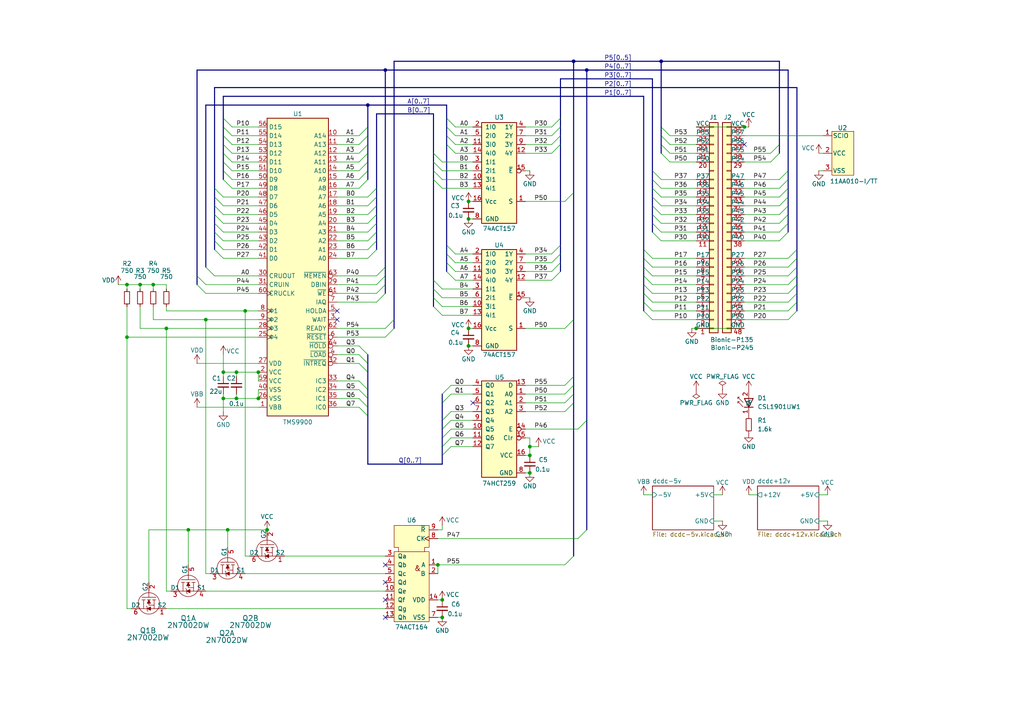
<source format=kicad_sch>
(kicad_sch (version 20231120) (generator "eeschema") (generator_version "8.0")
  (paper "A4")
  (title_block (title "BionicTMS9900") (date "2025-05-23") (rev "1"))
  (junction (at 48.26 95.25))
  (junction (at 36.83 97.79))
  (junction (at 68.58 115.57))
  (junction (at 135.89 58.42))
  (junction (at 54.61 153.67))
  (junction (at 66.04 153.67))
  (junction (at 153.67 129.54))
  (junction (at 128.27 179.07))
  (junction (at 170.18 20.32))
  (junction (at 74.93 107.95))
  (junction (at 128.27 173.99))
  (junction (at 44.45 82.55))
  (junction (at 215.9 36.83))
  (junction (at 106.68 30.48))
  (junction (at 68.58 107.95))
  (junction (at 74.93 115.57))
  (junction (at 127 163.83))
  (junction (at 40.64 82.55))
  (junction (at 111.76 20.32))
  (junction (at 36.83 82.55))
  (junction (at 64.77 107.95))
  (junction (at 201.93 95.25))
  (junction (at 153.67 137.16))
  (junction (at 191.77 17.78))
  (junction (at 166.37 17.78))
  (junction (at 64.77 115.57))
  (junction (at 135.89 63.5))
  (junction (at 135.89 100.33))
  (junction (at 77.47 153.67))
  (junction (at 153.67 132.08))
  (junction (at 71.12 90.17))
  (junction (at 135.89 95.25))
  (junction (at 59.69 92.71))
  (no_connect (at 97.79 92.71))
  (no_connect (at 215.9 41.91))
  (no_connect (at 111.76 173.99))
  (no_connect (at 111.76 163.83))
  (no_connect (at 111.76 179.07))
  (no_connect (at 137.16 116.84))
  (no_connect (at 111.76 168.91))
  (no_connect (at 97.79 90.17))
  (bus_entry (at 106.68 44.45) (size -2.54 2.54))
  (bus_entry (at 166.37 161.29) (size -2.54 2.54))
  (bus_entry (at 226.06 41.91) (size -2.54 2.54))
  (bus_entry (at 106.68 107.95) (size -2.54 -2.54))
  (bus_entry (at 125.73 83.82) (size 2.54 2.54))
  (bus_entry (at 62.23 64.77) (size 2.54 2.54))
  (bus_entry (at 228.6 64.77) (size -2.54 2.54))
  (bus_entry (at 106.68 115.57) (size -2.54 -2.54))
  (bus_entry (at 114.3 92.71) (size -2.54 2.54))
  (bus_entry (at 109.22 64.77) (size -2.54 2.54))
  (bus_entry (at 228.6 62.23) (size -2.54 2.54))
  (bus_entry (at 189.23 59.69) (size 2.54 2.54))
  (bus_entry (at 106.68 52.07) (size -2.54 2.54))
  (bus_entry (at 162.56 76.2) (size -2.54 2.54))
  (bus_entry (at 109.22 67.31) (size -2.54 2.54))
  (bus_entry (at 64.77 36.83) (size 2.54 2.54))
  (bus_entry (at 128.27 124.46) (size 2.54 -2.54))
  (bus_entry (at 106.68 105.41) (size -2.54 -2.54))
  (bus_entry (at 62.23 62.23) (size 2.54 2.54))
  (bus_entry (at 114.3 95.25) (size -2.54 2.54))
  (bus_entry (at 189.23 62.23) (size 2.54 2.54))
  (bus_entry (at 64.77 44.45) (size 2.54 2.54))
  (bus_entry (at 62.23 69.85) (size 2.54 2.54))
  (bus_entry (at 186.69 87.63) (size 2.54 2.54))
  (bus_entry (at 189.23 54.61) (size 2.54 2.54))
  (bus_entry (at 228.6 49.53) (size -2.54 2.54))
  (bus_entry (at 189.23 52.07) (size 2.54 2.54))
  (bus_entry (at 128.27 132.08) (size 2.54 -2.54))
  (bus_entry (at 109.22 62.23) (size -2.54 2.54))
  (bus_entry (at 162.56 39.37) (size -2.54 2.54))
  (bus_entry (at 57.15 82.55) (size 2.54 2.54))
  (bus_entry (at 62.23 59.69) (size 2.54 2.54))
  (bus_entry (at 129.54 36.83) (size 2.54 2.54))
  (bus_entry (at 106.68 102.87) (size -2.54 -2.54))
  (bus_entry (at 186.69 74.93) (size 2.54 2.54))
  (bus_entry (at 62.23 72.39) (size 2.54 2.54))
  (bus_entry (at 128.27 114.3) (size 2.54 -2.54))
  (bus_entry (at 231.14 72.39) (size -2.54 2.54))
  (bus_entry (at 125.73 86.36) (size 2.54 2.54))
  (bus_entry (at 191.77 41.91) (size 2.54 2.54))
  (bus_entry (at 64.77 46.99) (size 2.54 2.54))
  (bus_entry (at 62.23 67.31) (size 2.54 2.54))
  (bus_entry (at 106.68 41.91) (size -2.54 2.54))
  (bus_entry (at 106.68 113.03) (size -2.54 -2.54))
  (bus_entry (at 228.6 52.07) (size -2.54 2.54))
  (bus_entry (at 191.77 36.83) (size 2.54 2.54))
  (bus_entry (at 162.56 71.12) (size -2.54 2.54))
  (bus_entry (at 125.73 44.45) (size 2.54 2.54))
  (bus_entry (at 106.68 46.99) (size -2.54 2.54))
  (bus_entry (at 57.15 80.01) (size 2.54 2.54))
  (bus_entry (at 228.6 67.31) (size -2.54 2.54))
  (bus_entry (at 226.06 44.45) (size -2.54 2.54))
  (bus_entry (at 64.77 34.29) (size 2.54 2.54))
  (bus_entry (at 166.37 55.88) (size -2.54 2.54))
  (bus_entry (at 186.69 80.01) (size 2.54 2.54))
  (bus_entry (at 109.22 72.39) (size -2.54 2.54))
  (bus_entry (at 162.56 73.66) (size -2.54 2.54))
  (bus_entry (at 106.68 118.11) (size -2.54 -2.54))
  (bus_entry (at 111.76 85.09) (size -2.54 2.54))
  (bus_entry (at 166.37 109.22) (size -2.54 2.54))
  (bus_entry (at 109.22 54.61) (size -2.54 2.54))
  (bus_entry (at 128.27 129.54) (size 2.54 -2.54))
  (bus_entry (at 64.77 49.53) (size 2.54 2.54))
  (bus_entry (at 228.6 54.61) (size -2.54 2.54))
  (bus_entry (at 186.69 85.09) (size 2.54 2.54))
  (bus_entry (at 189.23 64.77) (size 2.54 2.54))
  (bus_entry (at 128.27 121.92) (size 2.54 -2.54))
  (bus_entry (at 231.14 80.01) (size -2.54 2.54))
  (bus_entry (at 231.14 74.93) (size -2.54 2.54))
  (bus_entry (at 129.54 76.2) (size 2.54 2.54))
  (bus_entry (at 111.76 77.47) (size -2.54 2.54))
  (bus_entry (at 64.77 52.07) (size 2.54 2.54))
  (bus_entry (at 62.23 54.61) (size 2.54 2.54))
  (bus_entry (at 62.23 57.15) (size 2.54 2.54))
  (bus_entry (at 186.69 90.17) (size 2.54 2.54))
  (bus_entry (at 186.69 77.47) (size 2.54 2.54))
  (bus_entry (at 129.54 39.37) (size 2.54 2.54))
  (bus_entry (at 129.54 71.12) (size 2.54 2.54))
  (bus_entry (at 186.69 82.55) (size 2.54 2.54))
  (bus_entry (at 128.27 116.84) (size 2.54 -2.54))
  (bus_entry (at 129.54 73.66) (size 2.54 2.54))
  (bus_entry (at 64.77 41.91) (size 2.54 2.54))
  (bus_entry (at 162.56 34.29) (size -2.54 2.54))
  (bus_entry (at 162.56 36.83) (size -2.54 2.54))
  (bus_entry (at 106.68 39.37) (size -2.54 2.54))
  (bus_entry (at 111.76 82.55) (size -2.54 2.54))
  (bus_entry (at 64.77 39.37) (size 2.54 2.54))
  (bus_entry (at 109.22 69.85) (size -2.54 2.54))
  (bus_entry (at 231.14 85.09) (size -2.54 2.54))
  (bus_entry (at 231.14 77.47) (size -2.54 2.54))
  (bus_entry (at 129.54 34.29) (size 2.54 2.54))
  (bus_entry (at 191.77 39.37) (size 2.54 2.54))
  (bus_entry (at 228.6 57.15) (size -2.54 2.54))
  (bus_entry (at 125.73 46.99) (size 2.54 2.54))
  (bus_entry (at 129.54 41.91) (size 2.54 2.54))
  (bus_entry (at 166.37 111.76) (size -2.54 2.54))
  (bus_entry (at 106.68 120.65) (size -2.54 -2.54))
  (bus_entry (at 186.69 72.39) (size 2.54 2.54))
  (bus_entry (at 166.37 116.84) (size -2.54 2.54))
  (bus_entry (at 162.56 41.91) (size -2.54 2.54))
  (bus_entry (at 106.68 49.53) (size -2.54 2.54))
  (bus_entry (at 166.37 92.71) (size -2.54 2.54))
  (bus_entry (at 129.54 78.74) (size 2.54 2.54))
  (bus_entry (at 125.73 88.9) (size 2.54 2.54))
  (bus_entry (at 125.73 52.07) (size 2.54 2.54))
  (bus_entry (at 189.23 67.31) (size 2.54 2.54))
  (bus_entry (at 125.73 49.53) (size 2.54 2.54))
  (bus_entry (at 111.76 80.01) (size -2.54 2.54))
  (bus_entry (at 189.23 49.53) (size 2.54 2.54))
  (bus_entry (at 125.73 81.28) (size 2.54 2.54))
  (bus_entry (at 231.14 87.63) (size -2.54 2.54))
  (bus_entry (at 59.69 77.47) (size 2.54 2.54))
  (bus_entry (at 109.22 57.15) (size -2.54 2.54))
  (bus_entry (at 231.14 90.17) (size -2.54 2.54))
  (bus_entry (at 106.68 36.83) (size -2.54 2.54))
  (bus_entry (at 128.27 127) (size 2.54 -2.54))
  (bus_entry (at 228.6 59.69) (size -2.54 2.54))
  (bus_entry (at 170.18 153.67) (size -2.54 2.54))
  (bus_entry (at 109.22 59.69) (size -2.54 2.54))
  (bus_entry (at 166.37 114.3) (size -2.54 2.54))
  (bus_entry (at 189.23 57.15) (size 2.54 2.54))
  (bus_entry (at 162.56 78.74) (size -2.54 2.54))
  (bus_entry (at 191.77 44.45) (size 2.54 2.54))
  (bus_entry (at 231.14 82.55) (size -2.54 2.54))
  (bus_entry (at 170.18 121.92) (size -2.54 2.54))
  (wire (pts (xy 152.4 95.25) (xy 163.83 95.25)))
  (wire (pts (xy 189.23 92.71) (xy 201.93 92.71)))
  (wire (pts (xy 67.31 44.45) (xy 74.93 44.45)))
  (wire (pts (xy 97.79 72.39) (xy 106.68 72.39)))
  (wire (pts (xy 215.9 54.61) (xy 226.06 54.61)))
  (bus (pts (xy 128.27 121.92) (xy 128.27 124.46)))
  (bus (pts (xy 106.68 44.45) (xy 106.68 41.91)))
  (wire (pts (xy 237.49 151.13) (xy 240.03 151.13)))
  (wire (pts (xy 128.27 88.9) (xy 137.16 88.9)))
  (bus (pts (xy 191.77 41.91) (xy 191.77 44.45)))
  (bus (pts (xy 231.14 87.63) (xy 231.14 85.09)))
  (wire (pts (xy 194.31 41.91) (xy 201.93 41.91)))
  (wire (pts (xy 36.83 97.79) (xy 74.93 97.79)))
  (wire (pts (xy 38.1 176.53) (xy 36.83 176.53)))
  (wire (pts (xy 59.69 82.55) (xy 74.93 82.55)))
  (bus (pts (xy 64.77 41.91) (xy 64.77 39.37)))
  (wire (pts (xy 130.81 119.38) (xy 137.16 119.38)))
  (bus (pts (xy 125.73 49.53) (xy 125.73 46.99)))
  (bus (pts (xy 128.27 124.46) (xy 128.27 127)))
  (wire (pts (xy 191.77 59.69) (xy 201.93 59.69)))
  (bus (pts (xy 114.3 17.78) (xy 114.3 92.71)))
  (bus (pts (xy 129.54 34.29) (xy 129.54 36.83)))
  (bus (pts (xy 57.15 80.01) (xy 57.15 20.32)))
  (bus (pts (xy 228.6 20.32) (xy 228.6 49.53)))
  (bus (pts (xy 106.68 102.87) (xy 106.68 105.41)))
  (wire (pts (xy 67.31 36.83) (xy 74.93 36.83)))
  (wire (pts (xy 191.77 62.23) (xy 201.93 62.23)))
  (wire (pts (xy 48.26 82.55) (xy 48.26 83.82)))
  (wire (pts (xy 215.9 69.85) (xy 226.06 69.85)))
  (wire (pts (xy 68.58 115.57) (xy 74.93 115.57)))
  (wire (pts (xy 59.69 171.45) (xy 111.76 171.45)))
  (wire (pts (xy 59.69 85.09) (xy 74.93 85.09)))
  (wire (pts (xy 152.4 41.91) (xy 160.02 41.91)))
  (wire (pts (xy 153.67 129.54) (xy 153.67 132.08)))
  (wire (pts (xy 67.31 52.07) (xy 74.93 52.07)))
  (bus (pts (xy 111.76 20.32) (xy 111.76 77.47)))
  (wire (pts (xy 97.79 105.41) (xy 104.14 105.41)))
  (bus (pts (xy 162.56 71.12) (xy 162.56 41.91)))
  (wire (pts (xy 97.79 62.23) (xy 106.68 62.23)))
  (wire (pts (xy 132.08 39.37) (xy 137.16 39.37)))
  (wire (pts (xy 44.45 82.55) (xy 48.26 82.55)))
  (wire (pts (xy 215.9 87.63) (xy 228.6 87.63)))
  (wire (pts (xy 215.9 59.69) (xy 226.06 59.69)))
  (wire (pts (xy 97.79 59.69) (xy 106.68 59.69)))
  (wire (pts (xy 127 163.83) (xy 127 166.37)))
  (wire (pts (xy 54.61 153.67) (xy 66.04 153.67)))
  (bus (pts (xy 125.73 88.9) (xy 125.73 86.36)))
  (bus (pts (xy 106.68 46.99) (xy 106.68 44.45)))
  (wire (pts (xy 215.9 44.45) (xy 223.52 44.45)))
  (wire (pts (xy 74.93 107.95) (xy 74.93 110.49)))
  (bus (pts (xy 106.68 118.11) (xy 106.68 120.65)))
  (wire (pts (xy 194.31 46.99) (xy 201.93 46.99)))
  (wire (pts (xy 54.61 153.67) (xy 54.61 163.83)))
  (wire (pts (xy 191.77 67.31) (xy 201.93 67.31)))
  (wire (pts (xy 189.23 85.09) (xy 201.93 85.09)))
  (wire (pts (xy 128.27 86.36) (xy 137.16 86.36)))
  (wire (pts (xy 48.26 95.25) (xy 74.93 95.25)))
  (bus (pts (xy 64.77 36.83) (xy 64.77 34.29)))
  (wire (pts (xy 127 179.07) (xy 128.27 179.07)))
  (wire (pts (xy 40.64 88.9) (xy 40.64 95.25)))
  (wire (pts (xy 49.53 171.45) (xy 48.26 171.45)))
  (bus (pts (xy 186.69 72.39) (xy 186.69 74.93)))
  (wire (pts (xy 189.23 74.93) (xy 201.93 74.93)))
  (wire (pts (xy 67.31 41.91) (xy 74.93 41.91)))
  (bus (pts (xy 129.54 36.83) (xy 129.54 39.37)))
  (wire (pts (xy 97.79 85.09) (xy 109.22 85.09)))
  (wire (pts (xy 152.4 137.16) (xy 153.67 137.16)))
  (wire (pts (xy 215.9 90.17) (xy 228.6 90.17)))
  (bus (pts (xy 106.68 105.41) (xy 106.68 107.95)))
  (bus (pts (xy 228.6 64.77) (xy 228.6 67.31)))
  (bus (pts (xy 129.54 76.2) (xy 129.54 78.74)))
  (bus (pts (xy 64.77 34.29) (xy 64.77 27.94)))
  (wire (pts (xy 152.4 86.36) (xy 153.67 86.36)))
  (wire (pts (xy 67.31 39.37) (xy 74.93 39.37)))
  (wire (pts (xy 215.9 36.83) (xy 217.17 36.83)))
  (wire (pts (xy 189.23 82.55) (xy 201.93 82.55)))
  (bus (pts (xy 162.56 36.83) (xy 162.56 34.29)))
  (wire (pts (xy 152.4 36.83) (xy 160.02 36.83)))
  (bus (pts (xy 109.22 59.69) (xy 109.22 62.23)))
  (bus (pts (xy 166.37 92.71) (xy 166.37 109.22)))
  (wire (pts (xy 48.26 176.53) (xy 111.76 176.53)))
  (wire (pts (xy 64.77 72.39) (xy 74.93 72.39)))
  (wire (pts (xy 64.77 115.57) (xy 68.58 115.57)))
  (wire (pts (xy 57.15 105.41) (xy 74.93 105.41)))
  (wire (pts (xy 97.79 118.11) (xy 104.14 118.11)))
  (bus (pts (xy 109.22 69.85) (xy 109.22 72.39)))
  (wire (pts (xy 71.12 161.29) (xy 72.39 161.29)))
  (wire (pts (xy 97.79 102.87) (xy 104.14 102.87)))
  (wire (pts (xy 64.77 107.95) (xy 64.77 109.22)))
  (wire (pts (xy 64.77 102.87) (xy 64.77 107.95)))
  (bus (pts (xy 111.76 82.55) (xy 111.76 85.09)))
  (bus (pts (xy 162.56 41.91) (xy 162.56 39.37)))
  (wire (pts (xy 97.79 110.49) (xy 104.14 110.49)))
  (bus (pts (xy 166.37 17.78) (xy 166.37 55.88)))
  (bus (pts (xy 106.68 115.57) (xy 106.68 118.11)))
  (wire (pts (xy 207.01 151.13) (xy 209.55 151.13)))
  (bus (pts (xy 189.23 64.77) (xy 189.23 67.31)))
  (wire (pts (xy 97.79 113.03) (xy 104.14 113.03)))
  (wire (pts (xy 191.77 57.15) (xy 201.93 57.15)))
  (wire (pts (xy 64.77 74.93) (xy 74.93 74.93)))
  (bus (pts (xy 166.37 116.84) (xy 166.37 161.29)))
  (wire (pts (xy 152.4 114.3) (xy 163.83 114.3)))
  (wire (pts (xy 44.45 82.55) (xy 44.45 83.82)))
  (bus (pts (xy 128.27 116.84) (xy 128.27 121.92)))
  (wire (pts (xy 128.27 153.67) (xy 128.27 152.4)))
  (wire (pts (xy 97.79 100.33) (xy 104.14 100.33)))
  (wire (pts (xy 57.15 118.11) (xy 74.93 118.11)))
  (bus (pts (xy 106.68 107.95) (xy 106.68 113.03)))
  (wire (pts (xy 64.77 119.38) (xy 64.77 115.57)))
  (wire (pts (xy 67.31 49.53) (xy 74.93 49.53)))
  (wire (pts (xy 71.12 90.17) (xy 74.93 90.17)))
  (wire (pts (xy 97.79 52.07) (xy 104.14 52.07)))
  (wire (pts (xy 215.9 85.09) (xy 228.6 85.09)))
  (bus (pts (xy 62.23 62.23) (xy 62.23 64.77)))
  (wire (pts (xy 130.81 121.92) (xy 137.16 121.92)))
  (wire (pts (xy 189.23 90.17) (xy 201.93 90.17)))
  (wire (pts (xy 130.81 129.54) (xy 137.16 129.54)))
  (wire (pts (xy 64.77 59.69) (xy 74.93 59.69)))
  (bus (pts (xy 62.23 25.4) (xy 231.14 25.4)))
  (bus (pts (xy 106.68 120.65) (xy 106.68 134.62)))
  (bus (pts (xy 106.68 36.83) (xy 106.68 30.48)))
  (wire (pts (xy 97.79 64.77) (xy 106.68 64.77)))
  (wire (pts (xy 82.55 161.29) (xy 111.76 161.29)))
  (wire (pts (xy 127 173.99) (xy 128.27 173.99)))
  (bus (pts (xy 228.6 57.15) (xy 228.6 59.69)))
  (wire (pts (xy 135.89 58.42) (xy 137.16 58.42)))
  (wire (pts (xy 97.79 69.85) (xy 106.68 69.85)))
  (bus (pts (xy 186.69 74.93) (xy 186.69 77.47)))
  (bus (pts (xy 128.27 127) (xy 128.27 129.54)))
  (bus (pts (xy 228.6 52.07) (xy 228.6 54.61)))
  (wire (pts (xy 66.04 153.67) (xy 66.04 158.75)))
  (wire (pts (xy 194.31 44.45) (xy 201.93 44.45)))
  (wire (pts (xy 97.79 67.31) (xy 106.68 67.31)))
  (wire (pts (xy 40.64 95.25) (xy 48.26 95.25)))
  (wire (pts (xy 97.79 97.79) (xy 111.76 97.79)))
  (bus (pts (xy 128.27 132.08) (xy 128.27 134.62)))
  (wire (pts (xy 34.29 82.55) (xy 36.83 82.55)))
  (bus (pts (xy 189.23 57.15) (xy 189.23 59.69)))
  (wire (pts (xy 132.08 73.66) (xy 137.16 73.66)))
  (wire (pts (xy 153.67 127) (xy 153.67 129.54)))
  (wire (pts (xy 215.9 62.23) (xy 226.06 62.23)))
  (bus (pts (xy 162.56 76.2) (xy 162.56 73.66)))
  (wire (pts (xy 36.83 88.9) (xy 36.83 97.79)))
  (wire (pts (xy 215.9 67.31) (xy 226.06 67.31)))
  (wire (pts (xy 215.9 57.15) (xy 226.06 57.15)))
  (bus (pts (xy 226.06 41.91) (xy 226.06 44.45)))
  (wire (pts (xy 59.69 166.37) (xy 59.69 92.71)))
  (bus (pts (xy 125.73 46.99) (xy 125.73 44.45)))
  (wire (pts (xy 77.47 153.67) (xy 66.04 153.67)))
  (bus (pts (xy 189.23 62.23) (xy 189.23 64.77)))
  (bus (pts (xy 111.76 77.47) (xy 111.76 80.01)))
  (wire (pts (xy 97.79 80.01) (xy 109.22 80.01)))
  (bus (pts (xy 64.77 52.07) (xy 64.77 49.53)))
  (wire (pts (xy 97.79 44.45) (xy 104.14 44.45)))
  (bus (pts (xy 186.69 80.01) (xy 186.69 82.55)))
  (wire (pts (xy 59.69 92.71) (xy 74.93 92.71)))
  (bus (pts (xy 189.23 22.86) (xy 189.23 49.53)))
  (wire (pts (xy 64.77 57.15) (xy 74.93 57.15)))
  (wire (pts (xy 152.4 49.53) (xy 153.67 49.53)))
  (wire (pts (xy 36.83 83.82) (xy 36.83 82.55)))
  (wire (pts (xy 135.89 63.5) (xy 137.16 63.5)))
  (wire (pts (xy 127 156.21) (xy 167.64 156.21)))
  (wire (pts (xy 127 163.83) (xy 163.83 163.83)))
  (wire (pts (xy 128.27 49.53) (xy 137.16 49.53)))
  (wire (pts (xy 36.83 82.55) (xy 40.64 82.55)))
  (bus (pts (xy 228.6 59.69) (xy 228.6 62.23)))
  (wire (pts (xy 215.9 82.55) (xy 228.6 82.55)))
  (wire (pts (xy 128.27 91.44) (xy 137.16 91.44)))
  (bus (pts (xy 186.69 82.55) (xy 186.69 85.09)))
  (wire (pts (xy 97.79 115.57) (xy 104.14 115.57)))
  (wire (pts (xy 186.69 143.51) (xy 189.23 143.51)))
  (bus (pts (xy 191.77 17.78) (xy 191.77 36.83)))
  (wire (pts (xy 132.08 81.28) (xy 137.16 81.28)))
  (bus (pts (xy 186.69 85.09) (xy 186.69 87.63)))
  (bus (pts (xy 231.14 25.4) (xy 231.14 72.39)))
  (wire (pts (xy 152.4 73.66) (xy 160.02 73.66)))
  (wire (pts (xy 189.23 77.47) (xy 201.93 77.47)))
  (wire (pts (xy 44.45 88.9) (xy 44.45 92.71)))
  (bus (pts (xy 125.73 33.02) (xy 109.22 33.02)))
  (wire (pts (xy 67.31 54.61) (xy 74.93 54.61)))
  (wire (pts (xy 43.18 153.67) (xy 54.61 153.67)))
  (wire (pts (xy 153.67 129.54) (xy 156.21 129.54)))
  (wire (pts (xy 74.93 115.57) (xy 74.93 113.03)))
  (bus (pts (xy 186.69 87.63) (xy 186.69 90.17)))
  (bus (pts (xy 111.76 20.32) (xy 170.18 20.32)))
  (wire (pts (xy 215.9 46.99) (xy 223.52 46.99)))
  (wire (pts (xy 97.79 49.53) (xy 104.14 49.53)))
  (bus (pts (xy 64.77 39.37) (xy 64.77 36.83)))
  (bus (pts (xy 62.23 54.61) (xy 62.23 57.15)))
  (wire (pts (xy 48.26 88.9) (xy 48.26 90.17)))
  (wire (pts (xy 97.79 74.93) (xy 106.68 74.93)))
  (bus (pts (xy 231.14 80.01) (xy 231.14 77.47)))
  (bus (pts (xy 125.73 86.36) (xy 125.73 83.82)))
  (wire (pts (xy 48.26 171.45) (xy 48.26 95.25)))
  (bus (pts (xy 166.37 114.3) (xy 166.37 116.84)))
  (wire (pts (xy 36.83 176.53) (xy 36.83 97.79)))
  (bus (pts (xy 106.68 30.48) (xy 129.54 30.48)))
  (bus (pts (xy 109.22 57.15) (xy 109.22 59.69)))
  (bus (pts (xy 129.54 39.37) (xy 129.54 41.91)))
  (bus (pts (xy 57.15 82.55) (xy 57.15 80.01)))
  (wire (pts (xy 191.77 52.07) (xy 201.93 52.07)))
  (wire (pts (xy 215.9 39.37) (xy 238.76 39.37)))
  (wire (pts (xy 48.26 90.17) (xy 71.12 90.17)))
  (wire (pts (xy 97.79 41.91) (xy 104.14 41.91)))
  (wire (pts (xy 67.31 46.99) (xy 74.93 46.99)))
  (wire (pts (xy 132.08 44.45) (xy 137.16 44.45)))
  (bus (pts (xy 166.37 17.78) (xy 191.77 17.78)))
  (wire (pts (xy 152.4 58.42) (xy 163.83 58.42)))
  (bus (pts (xy 129.54 71.12) (xy 129.54 73.66)))
  (wire (pts (xy 64.77 67.31) (xy 74.93 67.31)))
  (bus (pts (xy 129.54 30.48) (xy 129.54 34.29)))
  (wire (pts (xy 97.79 57.15) (xy 106.68 57.15)))
  (bus (pts (xy 231.14 90.17) (xy 231.14 87.63)))
  (bus (pts (xy 191.77 36.83) (xy 191.77 39.37)))
  (wire (pts (xy 130.81 127) (xy 137.16 127)))
  (bus (pts (xy 106.68 41.91) (xy 106.68 39.37)))
  (bus (pts (xy 62.23 59.69) (xy 62.23 62.23)))
  (wire (pts (xy 130.81 114.3) (xy 137.16 114.3)))
  (bus (pts (xy 228.6 62.23) (xy 228.6 64.77)))
  (bus (pts (xy 109.22 33.02) (xy 109.22 54.61)))
  (bus (pts (xy 162.56 22.86) (xy 189.23 22.86)))
  (wire (pts (xy 64.77 62.23) (xy 74.93 62.23)))
  (bus (pts (xy 162.56 34.29) (xy 162.56 22.86)))
  (bus (pts (xy 170.18 121.92) (xy 170.18 153.67)))
  (wire (pts (xy 128.27 52.07) (xy 137.16 52.07)))
  (bus (pts (xy 125.73 44.45) (xy 125.73 33.02)))
  (wire (pts (xy 135.89 95.25) (xy 137.16 95.25)))
  (bus (pts (xy 62.23 57.15) (xy 62.23 59.69)))
  (bus (pts (xy 106.68 49.53) (xy 106.68 46.99)))
  (bus (pts (xy 162.56 39.37) (xy 162.56 36.83)))
  (wire (pts (xy 130.81 124.46) (xy 137.16 124.46)))
  (wire (pts (xy 132.08 76.2) (xy 137.16 76.2)))
  (wire (pts (xy 132.08 78.74) (xy 137.16 78.74)))
  (wire (pts (xy 40.64 82.55) (xy 40.64 83.82)))
  (bus (pts (xy 162.56 73.66) (xy 162.56 71.12)))
  (bus (pts (xy 106.68 52.07) (xy 106.68 49.53)))
  (wire (pts (xy 200.66 95.25) (xy 201.93 95.25)))
  (bus (pts (xy 125.73 81.28) (xy 125.73 52.07)))
  (bus (pts (xy 64.77 27.94) (xy 186.69 27.94)))
  (wire (pts (xy 152.4 119.38) (xy 163.83 119.38)))
  (bus (pts (xy 125.73 83.82) (xy 125.73 81.28)))
  (wire (pts (xy 152.4 127) (xy 153.67 127)))
  (wire (pts (xy 152.4 78.74) (xy 160.02 78.74)))
  (wire (pts (xy 127 153.67) (xy 128.27 153.67)))
  (wire (pts (xy 64.77 107.95) (xy 68.58 107.95)))
  (wire (pts (xy 152.4 44.45) (xy 160.02 44.45)))
  (wire (pts (xy 237.49 143.51) (xy 240.03 143.51)))
  (wire (pts (xy 97.79 39.37) (xy 104.14 39.37)))
  (wire (pts (xy 132.08 41.91) (xy 137.16 41.91)))
  (wire (pts (xy 201.93 95.25) (xy 215.9 95.25)))
  (wire (pts (xy 194.31 39.37) (xy 201.93 39.37)))
  (bus (pts (xy 64.77 49.53) (xy 64.77 46.99)))
  (bus (pts (xy 109.22 64.77) (xy 109.22 67.31)))
  (wire (pts (xy 64.77 69.85) (xy 74.93 69.85)))
  (bus (pts (xy 114.3 92.71) (xy 114.3 95.25)))
  (bus (pts (xy 128.27 134.62) (xy 106.68 134.62)))
  (wire (pts (xy 132.08 36.83) (xy 137.16 36.83)))
  (wire (pts (xy 215.9 64.77) (xy 226.06 64.77)))
  (wire (pts (xy 43.18 168.91) (xy 43.18 153.67)))
  (wire (pts (xy 191.77 54.61) (xy 201.93 54.61)))
  (bus (pts (xy 59.69 30.48) (xy 106.68 30.48)))
  (wire (pts (xy 189.23 87.63) (xy 201.93 87.63)))
  (wire (pts (xy 128.27 46.99) (xy 137.16 46.99)))
  (bus (pts (xy 64.77 44.45) (xy 64.77 41.91)))
  (bus (pts (xy 189.23 52.07) (xy 189.23 54.61)))
  (bus (pts (xy 128.27 114.3) (xy 128.27 116.84)))
  (bus (pts (xy 191.77 17.78) (xy 226.06 17.78)))
  (wire (pts (xy 215.9 80.01) (xy 228.6 80.01)))
  (wire (pts (xy 97.79 87.63) (xy 109.22 87.63)))
  (wire (pts (xy 62.23 80.01) (xy 74.93 80.01)))
  (wire (pts (xy 71.12 90.17) (xy 71.12 161.29)))
  (wire (pts (xy 152.4 81.28) (xy 160.02 81.28)))
  (wire (pts (xy 152.4 111.76) (xy 163.83 111.76)))
  (bus (pts (xy 228.6 54.61) (xy 228.6 57.15)))
  (bus (pts (xy 125.73 52.07) (xy 125.73 49.53)))
  (bus (pts (xy 189.23 54.61) (xy 189.23 57.15)))
  (wire (pts (xy 152.4 39.37) (xy 160.02 39.37)))
  (wire (pts (xy 68.58 107.95) (xy 68.58 109.22)))
  (bus (pts (xy 109.22 54.61) (xy 109.22 57.15)))
  (wire (pts (xy 191.77 69.85) (xy 201.93 69.85)))
  (wire (pts (xy 59.69 166.37) (xy 60.96 166.37)))
  (bus (pts (xy 231.14 85.09) (xy 231.14 82.55)))
  (bus (pts (xy 57.15 20.32) (xy 111.76 20.32)))
  (bus (pts (xy 62.23 25.4) (xy 62.23 54.61)))
  (bus (pts (xy 129.54 41.91) (xy 129.54 71.12)))
  (wire (pts (xy 217.17 143.51) (xy 219.71 143.51)))
  (bus (pts (xy 166.37 55.88) (xy 166.37 92.71)))
  (wire (pts (xy 152.4 76.2) (xy 160.02 76.2)))
  (wire (pts (xy 97.79 54.61) (xy 104.14 54.61)))
  (bus (pts (xy 114.3 17.78) (xy 166.37 17.78)))
  (wire (pts (xy 191.77 64.77) (xy 201.93 64.77)))
  (bus (pts (xy 226.06 17.78) (xy 226.06 41.91)))
  (bus (pts (xy 186.69 77.47) (xy 186.69 80.01)))
  (bus (pts (xy 228.6 49.53) (xy 228.6 52.07)))
  (bus (pts (xy 186.69 27.94) (xy 186.69 72.39)))
  (bus (pts (xy 231.14 77.47) (xy 231.14 74.93)))
  (wire (pts (xy 40.64 82.55) (xy 44.45 82.55)))
  (bus (pts (xy 106.68 39.37) (xy 106.68 36.83)))
  (bus (pts (xy 162.56 78.74) (xy 162.56 76.2)))
  (wire (pts (xy 189.23 80.01) (xy 201.93 80.01)))
  (bus (pts (xy 62.23 69.85) (xy 62.23 72.39)))
  (wire (pts (xy 135.89 100.33) (xy 137.16 100.33)))
  (wire (pts (xy 152.4 124.46) (xy 167.64 124.46)))
  (wire (pts (xy 64.77 64.77) (xy 74.93 64.77)))
  (wire (pts (xy 130.81 111.76) (xy 137.16 111.76)))
  (wire (pts (xy 97.79 46.99) (xy 104.14 46.99)))
  (bus (pts (xy 64.77 46.99) (xy 64.77 44.45)))
  (bus (pts (xy 59.69 77.47) (xy 59.69 30.48)))
  (bus (pts (xy 231.14 82.55) (xy 231.14 80.01)))
  (bus (pts (xy 129.54 73.66) (xy 129.54 76.2)))
  (wire (pts (xy 215.9 77.47) (xy 228.6 77.47)))
  (bus (pts (xy 170.18 20.32) (xy 170.18 121.92)))
  (wire (pts (xy 207.01 143.51) (xy 209.55 143.51)))
  (wire (pts (xy 152.4 116.84) (xy 163.83 116.84)))
  (bus (pts (xy 111.76 80.01) (xy 111.76 82.55)))
  (bus (pts (xy 109.22 67.31) (xy 109.22 69.85)))
  (wire (pts (xy 68.58 114.3) (xy 68.58 115.57)))
  (wire (pts (xy 128.27 54.61) (xy 137.16 54.61)))
  (wire (pts (xy 44.45 92.71) (xy 59.69 92.71)))
  (bus (pts (xy 189.23 59.69) (xy 189.23 62.23)))
  (wire (pts (xy 215.9 74.93) (xy 228.6 74.93)))
  (wire (pts (xy 64.77 114.3) (xy 64.77 115.57)))
  (wire (pts (xy 237.49 49.53) (xy 238.76 49.53)))
  (wire (pts (xy 128.27 83.82) (xy 137.16 83.82)))
  (wire (pts (xy 68.58 107.95) (xy 74.93 107.95)))
  (bus (pts (xy 166.37 111.76) (xy 166.37 114.3)))
  (bus (pts (xy 231.14 74.93) (xy 231.14 72.39)))
  (wire (pts (xy 97.79 82.55) (xy 109.22 82.55)))
  (bus (pts (xy 109.22 62.23) (xy 109.22 64.77)))
  (wire (pts (xy 215.9 52.07) (xy 226.06 52.07)))
  (wire (pts (xy 237.49 44.45) (xy 238.76 44.45)))
  (bus (pts (xy 106.68 113.03) (xy 106.68 115.57)))
  (wire (pts (xy 97.79 95.25) (xy 111.76 95.25)))
  (bus (pts (xy 191.77 39.37) (xy 191.77 41.91)))
  (bus (pts (xy 170.18 20.32) (xy 228.6 20.32)))
  (wire (pts (xy 152.4 132.08) (xy 153.67 132.08)))
  (bus (pts (xy 128.27 129.54) (xy 128.27 132.08)))
  (wire (pts (xy 201.93 36.83) (xy 215.9 36.83)))
  (wire (pts (xy 215.9 92.71) (xy 228.6 92.71)))
  (bus (pts (xy 189.23 49.53) (xy 189.23 52.07)))
  (bus (pts (xy 62.23 67.31) (xy 62.23 69.85)))
  (wire (pts (xy 71.12 166.37) (xy 111.76 166.37)))
  (bus (pts (xy 62.23 64.77) (xy 62.23 67.31)))
  (bus (pts (xy 166.37 109.22) (xy 166.37 111.76)))
  (label "P11" (at 72.39 39.37 180))
  (label "P42" (at 100.33 85.09 0))
  (label "B7" (at 135.89 91.44 180))
  (label "B1" (at 100.33 59.69 0))
  (label "P46" (at 154.94 124.46 0))
  (label "P14" (at 72.39 46.99 180))
  (label "B5" (at 100.33 69.85 0))
  (label "P32" (at 154.94 41.91 0))
  (label "P27" (at 72.39 74.93 180))
  (label "P44" (at 218.44 59.69 0))
  (label "A[0..7]" (at 118.11 30.48 0))
  (label "P40" (at 100.33 80.01 0))
  (label "P53" (at 199.39 39.37 180))
  (label "P47" (at 218.44 52.07 0))
  (label "P52" (at 199.39 41.91 180))
  (label "P41" (at 100.33 82.55 0))
  (label "P54" (at 218.44 46.99 0))
  (label "P50" (at 154.94 114.3 0))
  (label "B7" (at 100.33 74.93 0))
  (label "P33" (at 199.39 62.23 180))
  (label "A1" (at 135.89 39.37 180))
  (label "Q3" (at 134.62 119.38 180))
  (label "P37" (at 154.94 81.28 0))
  (label "P53" (at 100.33 97.79 0))
  (label "P35" (at 199.39 57.15 180))
  (label "A6" (at 100.33 52.07 0))
  (label "P10" (at 199.39 92.71 180))
  (label "P24" (at 72.39 67.31 180))
  (label "Q6" (at 134.62 127 180))
  (label "Q4" (at 100.33 110.49 0))
  (label "P31" (at 199.39 67.31 180))
  (label "Q5" (at 100.33 113.03 0))
  (label "B6" (at 100.33 72.39 0))
  (label "P2[0..7]" (at 175.26 25.4 0))
  (label "P32" (at 199.39 64.77 180))
  (label "Q0" (at 134.62 111.76 180))
  (label "Q1" (at 100.33 105.41 0))
  (label "P31" (at 154.94 39.37 0))
  (label "P15" (at 72.39 49.53 180))
  (label "P17" (at 199.39 74.93 180))
  (label "P22" (at 218.44 87.63 0))
  (label "P55" (at 154.94 111.76 0))
  (label "P4[0..7]" (at 175.26 20.32 0))
  (label "P52" (at 154.94 119.38 0))
  (label "A2" (at 135.89 41.91 180))
  (label "P50" (at 154.94 58.42 0))
  (label "P21" (at 72.39 59.69 180))
  (label "P45" (at 72.39 85.09 180))
  (label "Q[0..7]" (at 115.57 134.62 0))
  (label "P43" (at 100.33 87.63 0))
  (label "P10" (at 72.39 36.83 180))
  (label "P50" (at 154.94 95.25 0))
  (label "A7" (at 135.89 81.28 180))
  (label "Q3" (at 100.33 100.33 0))
  (label "B4" (at 100.33 67.31 0))
  (label "P34" (at 154.94 73.66 0))
  (label "P34" (at 199.39 59.69 180))
  (label "P43" (at 218.44 62.23 0))
  (label "A0" (at 135.89 36.83 180))
  (label "P20" (at 72.39 57.15 180))
  (label "P13" (at 72.39 44.45 180))
  (label "P15" (at 199.39 80.01 180))
  (label "P45" (at 218.44 57.15 0))
  (label "P41" (at 218.44 67.31 0))
  (label "Q7" (at 100.33 118.11 0))
  (label "P51" (at 199.39 44.45 180))
  (label "P25" (at 72.39 69.85 180))
  (label "P50" (at 199.39 46.99 180))
  (label "P27" (at 218.44 74.93 0))
  (label "P17" (at 72.39 54.61 180))
  (label "P36" (at 199.39 54.61 180))
  (label "P30" (at 154.94 36.83 0))
  (label "P12" (at 72.39 41.91 180))
  (label "P33" (at 154.94 44.45 0))
  (label "A4" (at 135.89 73.66 180))
  (label "A0" (at 72.39 80.01 180))
  (label "P42" (at 218.44 64.77 0))
  (label "B2" (at 135.89 52.07 180))
  (label "P22" (at 72.39 62.23 180))
  (label "P37" (at 199.39 52.07 180))
  (label "B0" (at 100.33 57.15 0))
  (label "P40" (at 218.44 69.85 0))
  (label "A1" (at 100.33 39.37 0))
  (label "Q6" (at 100.33 115.57 0))
  (label "P20" (at 218.44 92.71 0))
  (label "P35" (at 154.94 76.2 0))
  (label "P24" (at 218.44 82.55 0))
  (label "P23" (at 72.39 64.77 180))
  (label "B[0..7]" (at 118.11 33.02 0))
  (label "P25" (at 218.44 80.01 0))
  (label "P16" (at 199.39 77.47 180))
  (label "A7" (at 100.33 54.61 0))
  (label "B1" (at 135.89 49.53 180))
  (label "P13" (at 199.39 85.09 180))
  (label "P44" (at 72.39 82.55 180))
  (label "Q1" (at 134.62 114.3 180))
  (label "P21" (at 218.44 90.17 0))
  (label "B4" (at 135.89 83.82 180))
  (label "P30" (at 199.39 69.85 180))
  (label "A5" (at 100.33 49.53 0))
  (label "A3" (at 135.89 44.45 180))
  (label "A3" (at 100.33 44.45 0))
  (label "A6" (at 135.89 78.74 180))
  (label "A2" (at 100.33 41.91 0))
  (label "P46" (at 218.44 54.61 0))
  (label "P11" (at 199.39 90.17 180))
  (label "P26" (at 72.39 72.39 180))
  (label "P1[0..7]" (at 175.26 27.94 0))
  (label "Q7" (at 134.62 129.54 180))
  (label "P16" (at 72.39 52.07 180))
  (label "P26" (at 218.44 77.47 0))
  (label "B3" (at 135.89 54.61 180))
  (label "P55" (at 129.54 163.83 0))
  (label "B3" (at 100.33 64.77 0))
  (label "A4" (at 100.33 46.99 0))
  (label "P12" (at 199.39 87.63 180))
  (label "P5[0..5]" (at 175.26 17.78 0))
  (label "P55" (at 218.44 44.45 0))
  (label "P36" (at 154.94 78.74 0))
  (label "P14" (at 199.39 82.55 180))
  (label "B5" (at 135.89 86.36 180))
  (label "P51" (at 154.94 116.84 0))
  (label "A5" (at 135.89 76.2 180))
  (label "Q0" (at 100.33 102.87 0))
  (label "Q5" (at 134.62 124.46 180))
  (label "P23" (at 218.44 85.09 0))
  (label "B6" (at 135.89 88.9 180))
  (label "Q4" (at 134.62 121.92 180))
  (label "P3[0..7]" (at 175.26 22.86 0))
  (label "P54" (at 100.33 95.25 0))
  (label "B0" (at 135.89 46.99 180))
  (label "B2" (at 100.33 62.23 0))
  (label "P47" (at 129.54 156.21 0))
  (symbol (lib_id "Device:C_Small") (at 135.89 97.79 0) (mirror y) (unit 1)
    (property "Reference" "C4" (at 133.35 96.5262 0) (effects (justify left)))
    (property "Value" "0.1u" (at 134.366 99.314 0) (effects (justify left)))
    (property "Footprint" "Capacitor_SMD:C_0603_1608Metric_Pad1.08x0.95mm_HandSolder" (effects (hide yes)))
    (property "Description" "Unpolarized capacitor, small symbol" (effects (hide yes)))
  )
  (symbol (lib_id "power:VCC") (at 77.47 153.67 0) (unit 1)
    (property "Reference" "#PWR06" (effects (hide yes)))
    (property "Value" "VCC" (at 77.47 149.86 0))
    (property "Description" "Power symbol creates a global label with name \"VCC\"" (effects (hide yes)))
  )
  (symbol (lib_id "Device:R_Small") (at 48.26 86.36 0) (unit 1)
    (property "Reference" "R5" (at 48.26 78.486 0))
    (property "Value" "750" (at 48.26 80.264 0))
    (property "Footprint" "Resistor_SMD:R_0603_1608Metric_Pad0.98x0.95mm_HandSolder" (effects (hide yes)))
    (property "Description" "Resistor, small symbol" (effects (hide yes)))
  )
  (symbol (lib_id "power:GND") (at 135.89 63.5 0) (unit 1)
    (property "Reference" "#PWR014" (effects (hide yes)))
    (property "Value" "GND" (at 135.89 67.31 0))
    (property "Description" "Power symbol creates a global label with name \"GND\" , ground" (effects (hide yes)))
  )
  (symbol (lib_id "power:VCC") (at 209.55 143.51 0) (unit 1)
    (property "Reference" "#PWR026" (effects (hide yes)))
    (property "Value" "VCC" (at 209.55 139.954 0))
    (property "Description" "Power symbol creates a global label with name \"VCC\"" (effects (hide yes)))
  )
  (symbol (lib_id "Device:R_Small") (at 44.45 86.36 0) (unit 1)
    (property "Reference" "R4" (at 44.45 76.454 0))
    (property "Value" "750" (at 44.45 78.486 0))
    (property "Footprint" "Resistor_SMD:R_0603_1608Metric_Pad0.98x0.95mm_HandSolder" (effects (hide yes)))
    (property "Description" "Resistor, small symbol" (effects (hide yes)))
  )
  (symbol (lib_id "power:VCC") (at 217.17 36.83 0) (unit 1)
    (property "Reference" "#PWR028" (effects (hide yes)))
    (property "Value" "VCC" (at 217.17 33.274 0))
    (property "Description" "Power symbol creates a global label with name \"VCC\"" (effects (hide yes)))
  )
  (symbol (lib_id "power:VCC") (at 156.21 129.54 0) (unit 1)
    (property "Reference" "#PWR020" (effects (hide yes)))
    (property "Value" "VCC" (at 159.258 128.016 0))
    (property "Description" "Power symbol creates a global label with name \"VCC\"" (effects (hide yes)))
  )
  (symbol (lib_id "bionic:Bionic-P135") (at 207.01 64.77 0) (unit 1)
    (property "Reference" "J1" (at 205.74 34.036 0) (effects (justify left)))
    (property "Value" "Bionic-P135" (at 205.994 98.552 0) (effects (justify left)))
    (property "Footprint" "bionic:Bionic-P135_SMT" (effects (hide yes)))
    (property "Description" "Generic connector, single row, 01x24, script generated (kicad-library-utils/schlib/autogen/connector/)" (effects (hide yes)))
  )
  (symbol (lib_id "Device:C_Small") (at 153.67 134.62 0) (unit 1)
    (property "Reference" "C5" (at 156.21 133.3562 0) (effects (justify left)))
    (property "Value" "0.1u" (at 155.194 136.144 0) (effects (justify left)))
    (property "Footprint" "Capacitor_SMD:C_0603_1608Metric_Pad1.08x0.95mm_HandSolder" (effects (hide yes)))
    (property "Description" "Unpolarized capacitor, small symbol" (effects (hide yes)))
  )
  (symbol (lib_id "power:GND") (at 128.27 179.07 0) (unit 1)
    (property "Reference" "#PWR012" (effects (hide yes)))
    (property "Value" "GND" (at 128.27 182.88 0))
    (property "Description" "Power symbol creates a global label with name \"GND\" , ground" (effects (hide yes)))
  )
  (symbol (lib_id "power:GND") (at 64.77 119.38 0) (unit 1)
    (property "Reference" "#PWR05" (effects (hide yes)))
    (property "Value" "GND" (at 64.77 123.19 0))
    (property "Description" "Power symbol creates a global label with name \"GND\" , ground" (effects (hide yes)))
  )
  (symbol (lib_id "power:VCC") (at 128.27 173.99 0) (unit 1)
    (property "Reference" "#PWR011" (effects (hide yes)))
    (property "Value" "VCC" (at 131.318 172.466 0))
    (property "Description" "Power symbol creates a global label with name \"VCC\"" (effects (hide yes)))
  )
  (symbol (lib_id "power:PWR_FLAG") (at 201.93 113.03 180) (unit 1)
    (property "Reference" "#FLG01" (effects (hide yes)))
    (property "Value" "PWR_FLAG" (at 201.93 116.84 0))
    (property "Description" "Special symbol for telling ERC where power comes from" (effects (hide yes)))
  )
  (symbol (lib_id "power:GND") (at 200.66 95.25 0) (unit 1)
    (property "Reference" "#PWR023" (effects (hide yes)))
    (property "Value" "GND" (at 200.66 99.06 0))
    (property "Description" "Power symbol creates a global label with name \"GND\" , ground" (effects (hide yes)))
  )
  (symbol (lib_id "microchip:11AA010-I_TT") (at 241.3 38.1 0) (unit 1)
    (property "Reference" "U2" (at 244.348 37.084 0))
    (property "Value" "11AA010-I/TT" (at 247.65 52.578 0))
    (property "Footprint" "microchip:SOT-23_MC_MCH-M" (effects (hide yes)))
    (property "Datasheet" "11AA010-I/TO" (effects (hide yes)))
    (property "Description" "UNI/O Serial EEPROM (1Kbit)" (effects (hide yes)))
  )
  (symbol (lib_id "power:GND") (at 217.17 125.73 0) (unit 1)
    (property "Reference" "#PWR034" (effects (hide yes)))
    (property "Value" "GND" (at 217.17 129.54 0))
    (property "Description" "Power symbol creates a global label with name \"GND\" , ground" (effects (hide yes)))
  )
  (symbol (lib_id "power:GND") (at 209.55 113.03 0) (unit 1)
    (property "Reference" "#PWR030" (effects (hide yes)))
    (property "Value" "GND" (at 209.55 116.84 0))
    (property "Description" "Power symbol creates a global label with name \"GND\" , ground" (effects (hide yes)))
  )
  (symbol (lib_id "power:GND") (at 240.03 151.13 0) (unit 1)
    (property "Reference" "#PWR025" (effects (hide yes)))
    (property "Value" "GND" (at 240.03 154.94 0))
    (property "Description" "Power symbol creates a global label with name \"GND\" , ground" (effects (hide yes)))
  )
  (symbol (lib_id "power:VCC") (at 128.27 152.4 0) (unit 1)
    (property "Reference" "#PWR010" (effects (hide yes)))
    (property "Value" "VCC" (at 131.318 150.876 0))
    (property "Description" "Power symbol creates a global label with name \"VCC\"" (effects (hide yes)))
  )
  (symbol (lib_id "onsemi:2N7002DW") (at 77.47 156.21 90) (mirror x) (unit 2)
    (property "Reference" "Q2" (at 72.644 179.324 90) (effects (font (size 1.524 1.524))))
    (property "Value" "2N7002DW" (at 72.644 181.356 90) (effects (font (size 1.524 1.524))))
    (property "Footprint" "onsemi:SC-88&slash;SC70-6&slash;SOT-363_419B-02_ONS_OSI-M" (effects (hide yes)))
    (property "Datasheet" "2N7002DW" (effects (hide yes)))
  )
  (symbol (lib_id "power:VCC") (at 217.17 113.03 0) (unit 1)
    (property "Reference" "#PWR033" (effects (hide yes)))
    (property "Value" "VCC" (at 217.17 109.22 0))
    (property "Description" "Power symbol creates a global label with name \"VCC\"" (effects (hide yes)))
  )
  (symbol (lib_id "rhom:CSL1901UW1") (at 217.17 113.03 90) (mirror x) (unit 1)
    (property "Reference" "D1" (at 219.71 115.4429 90) (effects (justify right)))
    (property "Value" "CSL1901UW1" (at 219.71 117.9829 90) (effects (justify right)))
    (property "Footprint" "rhom:LED_CSL1901UW1_ROM-M" (effects (hide yes)))
    (property "Datasheet" "https://fscdn.rohm.com/en/products/databook/datasheet/opto/led/chip_mono/csl1901uw1-e.pdf" (effects (hide yes)))
    (property "Description" "Red LED (Low Current Emission, SMD)" (effects (hide yes)))
  )
  (symbol (lib_id "power:PWR_FLAG") (at 209.55 113.03 0) (unit 1)
    (property "Reference" "#FLG02" (effects (hide yes)))
    (property "Value" "PWR_FLAG" (at 209.55 109.22 0))
    (property "Description" "Special symbol for telling ERC where power comes from" (effects (hide yes)))
  )
  (symbol (lib_id "ti:74ACT157") (at 144.78 87.63 0) (unit 1)
    (property "Reference" "U4" (at 144.78 71.12 0))
    (property "Value" "74ACT157" (at 144.78 102.87 0))
    (property "Footprint" "ti:PW16-M" (effects (hide yes)))
    (property "Datasheet" "https://www.ti.com/lit/ds/symlink/cd74act157.pdf" (effects (hide yes)))
    (property "Description" "Quad 2-Input Multiplexers" (effects (hide yes)))
  )
  (symbol (lib_id "power:VCC") (at 201.93 113.03 0) (unit 1)
    (property "Reference" "#PWR029" (effects (hide yes)))
    (property "Value" "VCC" (at 201.93 109.22 0))
    (property "Description" "Power symbol creates a global label with name \"VCC\"" (effects (hide yes)))
  )
  (symbol (lib_id "onsemi:2N7002DW") (at 66.04 161.29 90) (mirror x) (unit 1)
    (property "Reference" "Q2" (at 65.786 183.642 90) (effects (font (size 1.524 1.524))))
    (property "Value" "2N7002DW" (at 65.786 185.674 90) (effects (font (size 1.524 1.524))))
    (property "Footprint" "onsemi:SC-88&slash;SC70-6&slash;SOT-363_419B-02_ONS_OSI-M" (effects (hide yes)))
    (property "Datasheet" "2N7002DW" (effects (hide yes)))
  )
  (symbol (lib_id "Device:C_Small") (at 64.77 111.76 0) (unit 1)
    (property "Reference" "C1" (at 61.468 109.728 0) (effects (justify left)))
    (property "Value" "22u" (at 60.706 113.538 0) (effects (justify left)))
    (property "Footprint" "Capacitor_SMD:C_0603_1608Metric_Pad1.08x0.95mm_HandSolder" (effects (hide yes)))
    (property "Description" "Unpolarized capacitor, small symbol" (effects (hide yes)))
  )
  (symbol (lib_id "Device:C_Small") (at 135.89 60.96 0) (mirror y) (unit 1)
    (property "Reference" "C3" (at 133.35 59.6962 0) (effects (justify left)))
    (property "Value" "0.1u" (at 134.366 62.484 0) (effects (justify left)))
    (property "Footprint" "Capacitor_SMD:C_0603_1608Metric_Pad1.08x0.95mm_HandSolder" (effects (hide yes)))
    (property "Description" "Unpolarized capacitor, small symbol" (effects (hide yes)))
  )
  (symbol (lib_id "power:VCC") (at 135.89 95.25 0) (unit 1)
    (property "Reference" "#PWR015" (effects (hide yes)))
    (property "Value" "VCC" (at 132.842 94.234 0))
    (property "Description" "Power symbol creates a global label with name \"VCC\"" (effects (hide yes)))
  )
  (symbol (lib_id "onsemi:2N7002DW") (at 54.61 166.37 90) (mirror x) (unit 1)
    (property "Reference" "Q1" (at 54.61 179.324 90) (effects (font (size 1.524 1.524))))
    (property "Value" "2N7002DW" (at 54.61 181.356 90) (effects (font (size 1.524 1.524))))
    (property "Footprint" "onsemi:SC-88&slash;SC70-6&slash;SOT-363_419B-02_ONS_OSI-M" (effects (hide yes)))
    (property "Datasheet" "2N7002DW" (effects (hide yes)))
  )
  (symbol (lib_id "power:VCC") (at 135.89 58.42 0) (unit 1)
    (property "Reference" "#PWR013" (effects (hide yes)))
    (property "Value" "VCC" (at 132.842 57.404 0))
    (property "Description" "Power symbol creates a global label with name \"VCC\"" (effects (hide yes)))
  )
  (symbol (lib_id "Device:R_Small") (at 36.83 86.36 0) (unit 1)
    (property "Reference" "R2" (at 36.83 76.454 0))
    (property "Value" "750" (at 36.83 78.486 0))
    (property "Footprint" "Resistor_SMD:R_0603_1608Metric_Pad0.98x0.95mm_HandSolder" (effects (hide yes)))
    (property "Description" "Resistor, small symbol" (effects (hide yes)))
  )
  (symbol (lib_id "ti:74ACT164") (at 119.38 161.29 0) (mirror y) (unit 1)
    (property "Reference" "U6" (at 119.38 150.876 0))
    (property "Value" "74ACT164" (at 119.38 181.864 0))
    (property "Footprint" "ti:PW14-M" (effects (hide yes)))
    (property "Datasheet" "https://www.ti.com/lit/ds/symlink/cd74act164.pdf" (effects (hide yes)))
  )
  (symbol (lib_id "onsemi:2N7002DW") (at 43.18 171.45 90) (mirror x) (unit 2)
    (property "Reference" "Q1" (at 42.926 182.88 90) (effects (font (size 1.524 1.524))))
    (property "Value" "2N7002DW" (at 42.926 184.912 90) (effects (font (size 1.524 1.524))))
    (property "Footprint" "onsemi:SC-88&slash;SC70-6&slash;SOT-363_419B-02_ONS_OSI-M" (effects (hide yes)))
    (property "Datasheet" "2N7002DW" (effects (hide yes)))
  )
  (symbol (lib_id "power:GND") (at 209.55 151.13 0) (unit 1)
    (property "Reference" "#PWR027" (effects (hide yes)))
    (property "Value" "GND" (at 209.55 154.94 0))
    (property "Description" "Power symbol creates a global label with name \"GND\" , ground" (effects (hide yes)))
  )
  (symbol (lib_id "power:GND") (at 153.67 137.16 0) (unit 1)
    (property "Reference" "#PWR019" (effects (hide yes)))
    (property "Value" "GND" (at 153.67 140.97 0))
    (property "Description" "Power symbol creates a global label with name \"GND\" , ground" (effects (hide yes)))
  )
  (symbol (lib_id "power:GND") (at 153.67 49.53 0) (unit 1)
    (property "Reference" "#PWR017" (effects (hide yes)))
    (property "Value" "GND" (at 153.67 53.34 0))
    (property "Description" "Power symbol creates a global label with name \"GND\" , ground" (effects (hide yes)))
  )
  (symbol (lib_id "power:GND") (at 237.49 49.53 0) (unit 1)
    (property "Reference" "#PWR032" (effects (hide yes)))
    (property "Value" "GND" (at 237.49 53.34 0))
    (property "Description" "Power symbol creates a global label with name \"GND\" , ground" (effects (hide yes)))
  )
  (symbol (lib_id "cpu:TMS9900") (at 86.36 78.74 0) (unit 1)
    (property "Reference" "U1" (at 86.36 33.02 0))
    (property "Value" "TMS9900" (at 86.36 122.428 0))
    (property "Footprint" "bionic:DIP-64_W22.86mm_Socket" (effects (hide yes)))
    (property "Datasheet" "http://www.bitsavers.org/components/ti/TMS9900/TMS_9900_Microprocessor_Data_Manual_May76.pdf" (effects (hide yes)))
    (property "Description" "16-bit General Purpose Microprocessor, DIP-64" (effects (hide yes)))
  )
  (symbol (lib_id "ti:74ACT157") (at 144.78 50.8 0) (unit 1)
    (property "Reference" "U3" (at 144.78 34.036 0))
    (property "Value" "74ACT157" (at 144.78 66.294 0))
    (property "Footprint" "ti:PW16-M" (effects (hide yes)))
    (property "Datasheet" "https://www.ti.com/lit/ds/symlink/cd74act157.pdf" (effects (hide yes)))
    (property "Description" "Quad 2-Input Multiplexers" (effects (hide yes)))
  )
  (symbol (lib_id "power:VDD") (at 34.29 82.55 0) (unit 1)
    (property "Reference" "#PWR01" (effects (hide yes)))
    (property "Value" "VDD" (at 31.496 81.28 0))
    (property "Description" "Power symbol creates a global label with name \"VDD\"" (effects (hide yes)))
  )
  (symbol (lib_id "power:VDD") (at 186.69 143.51 0) (unit 1)
    (property "Reference" "#PWR022" (effects (hide yes)))
    (property "Value" "VBB" (at 186.69 139.7 0))
    (property "Description" "Power symbol creates a global label with name \"VDD\"" (effects (hide yes)))
  )
  (symbol (lib_id "power:VCC") (at 64.77 102.87 0) (unit 1)
    (property "Reference" "#PWR04" (effects (hide yes)))
    (property "Value" "VCC" (at 67.564 101.854 0))
    (property "Description" "Power symbol creates a global label with name \"VCC\"" (effects (hide yes)))
  )
  (symbol (lib_id "power:VCC") (at 237.49 44.45 0) (mirror y) (unit 1)
    (property "Reference" "#PWR031" (effects (hide yes)))
    (property "Value" "VCC" (at 234.442 42.926 0))
    (property "Description" "Power symbol creates a global label with name \"VCC\"" (effects (hide yes)))
  )
  (symbol (lib_id "bionic:Bionic-P245") (at 214.63 64.77 0) (unit 1)
    (property "Reference" "J2" (at 211.074 34.036 0))
    (property "Value" "Bionic-P245" (at 212.344 100.838 0))
    (property "Footprint" "bionic:Bionic-P245_SMT" (effects (hide yes)))
    (property "Description" "Generic connector, single row, 01x24, script generated (kicad-library-utils/schlib/autogen/connector/)" (effects (hide yes)))
  )
  (symbol (lib_id "Device:C_Small") (at 128.27 176.53 0) (unit 1)
    (property "Reference" "C6" (at 130.81 175.2662 0) (effects (justify left)))
    (property "Value" "0.1u" (at 129.794 178.054 0) (effects (justify left)))
    (property "Footprint" "Capacitor_SMD:C_0603_1608Metric_Pad1.08x0.95mm_HandSolder" (effects (hide yes)))
    (property "Description" "Unpolarized capacitor, small symbol" (effects (hide yes)))
  )
  (symbol (lib_id "power:GND") (at 153.67 86.36 0) (unit 1)
    (property "Reference" "#PWR018" (effects (hide yes)))
    (property "Value" "GND" (at 153.67 90.17 0))
    (property "Description" "Power symbol creates a global label with name \"GND\" , ground" (effects (hide yes)))
  )
  (symbol (lib_id "power:VDD") (at 57.15 105.41 0) (unit 1)
    (property "Reference" "#PWR02" (effects (hide yes)))
    (property "Value" "VDD" (at 57.15 101.6 0))
    (property "Description" "Power symbol creates a global label with name \"VDD\"" (effects (hide yes)))
  )
  (symbol (lib_id "Device:C_Small") (at 68.58 111.76 0) (unit 1)
    (property "Reference" "C2" (at 67.056 109.728 0))
    (property "Value" "0.1u" (at 68.58 117.094 0))
    (property "Footprint" "Capacitor_SMD:C_0603_1608Metric_Pad1.08x0.95mm_HandSolder" (effects (hide yes)))
    (property "Description" "Unpolarized capacitor, small symbol" (effects (hide yes)))
  )
  (symbol (lib_id "Device:R_Small") (at 217.17 123.19 0) (unit 1)
    (property "Reference" "R1" (at 219.71 121.9199 0) (effects (justify left)))
    (property "Value" "1.6k" (at 219.71 124.4599 0) (effects (justify left)))
    (property "Footprint" "Resistor_SMD:R_0603_1608Metric_Pad0.98x0.95mm_HandSolder" (effects (hide yes)))
    (property "Description" "Resistor, small symbol" (effects (hide yes)))
  )
  (symbol (lib_id "nexperia:74HCT259") (at 144.78 124.46 0) (mirror y) (unit 1)
    (property "Reference" "U5" (at 143.51 109.474 0) (effects (justify right)))
    (property "Value" "74HCT259" (at 144.78 140.208 0))
    (property "Footprint" "nexperia:TSSOP16_SOT403-1_NEX-M" (effects (hide yes)))
    (property "Datasheet" "https://assets.nexperia.com/documents/data-sheet/74HC_HCT259.pdf" (effects (hide yes)))
    (property "Description" "8-bit addressable latch" (effects (hide yes)))
  )
  (symbol (lib_id "Device:R_Small") (at 40.64 86.36 0) (unit 1)
    (property "Reference" "R3" (at 40.64 78.486 0))
    (property "Value" "750" (at 40.64 80.264 0))
    (property "Footprint" "Resistor_SMD:R_0603_1608Metric_Pad0.98x0.95mm_HandSolder" (effects (hide yes)))
    (property "Description" "Resistor, small symbol" (effects (hide yes)))
  )
  (symbol (lib_id "power:VCC") (at 240.03 143.51 0) (unit 1)
    (property "Reference" "#PWR024" (effects (hide yes)))
    (property "Value" "VCC" (at 240.03 139.954 0))
    (property "Description" "Power symbol creates a global label with name \"VCC\"" (effects (hide yes)))
  )
  (symbol (lib_id "power:GND") (at 135.89 100.33 0) (unit 1)
    (property "Reference" "#PWR016" (effects (hide yes)))
    (property "Value" "GND" (at 135.89 104.14 0))
    (property "Description" "Power symbol creates a global label with name \"GND\" , ground" (effects (hide yes)))
  )
  (symbol (lib_id "power:VDD") (at 57.15 118.11 0) (unit 1)
    (property "Reference" "#PWR03" (effects (hide yes)))
    (property "Value" "VBB" (at 57.15 114.3 0))
    (property "Description" "Power symbol creates a global label with name \"VDD\"" (effects (hide yes)))
  )
  (symbol (lib_id "power:VDD") (at 217.17 143.51 0) (unit 1)
    (property "Reference" "#PWR021" (effects (hide yes)))
    (property "Value" "VDD" (at 217.17 139.7 0))
    (property "Description" "Power symbol creates a global label with name \"VDD\"" (effects (hide yes)))
  )
  (sheet (at 189.23 140.97) (size 17.78 12.7) (stroke (width 0.1524))
    (property "Sheetname" "dcdc-5v" (at 189.23 140.2584 0) (effects (justify left bottom)))
    (property "Sheetfile" "dcdc-5v.kicad_sch" (at 189.23 154.2546 0) (effects (justify left top)))
    (pin "GND" input (at 207.01 151.13 0))
    (pin "-5V" input (at 189.23 143.51 180))
    (pin "+5V" input (at 207.01 143.51 0))
  )
  (sheet (at 219.71 140.97) (size 17.78 12.7) (stroke (width 0.1524))
    (property "Sheetname" "dcdc+12v" (at 219.71 140.2584 0) (effects (justify left bottom)))
    (property "Sheetfile" "dcdc+12v.kicad_sch" (at 219.71 154.2546 0) (effects (justify left top)))
    (pin "+12V" output (at 219.71 143.51 180))
    (pin "GND" input (at 237.49 151.13 0))
    (pin "+5V" input (at 237.49 143.51 0))
  )
)
</source>
